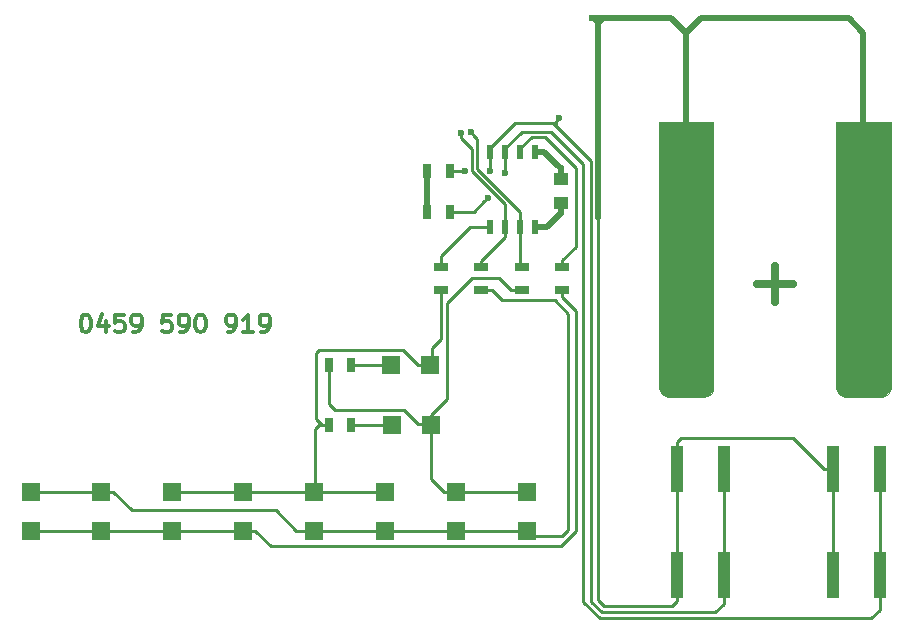
<source format=gbr>
G04 #@! TF.FileFunction,Copper,L1,Top,Signal*
%FSLAX46Y46*%
G04 Gerber Fmt 4.6, Leading zero omitted, Abs format (unit mm)*
G04 Created by KiCad (PCBNEW 4.0.7) date 06/25/18 21:13:57*
%MOMM*%
%LPD*%
G01*
G04 APERTURE LIST*
%ADD10C,0.100000*%
%ADD11C,0.700000*%
%ADD12C,0.300000*%
%ADD13R,1.000000X4.000000*%
%ADD14R,1.500000X1.500000*%
%ADD15R,1.250000X1.000000*%
%ADD16R,0.700000X1.300000*%
%ADD17R,1.300000X0.700000*%
%ADD18R,0.508000X1.143000*%
%ADD19C,0.600000*%
%ADD20C,0.500000*%
%ADD21C,0.250000*%
%ADD22C,0.025400*%
G04 APERTURE END LIST*
D10*
D11*
X128524191Y-78771714D02*
X131571810Y-78771714D01*
X130048000Y-80295524D02*
X130048000Y-77247905D01*
D12*
X71605145Y-81342571D02*
X71748002Y-81342571D01*
X71890859Y-81414000D01*
X71962288Y-81485429D01*
X72033717Y-81628286D01*
X72105145Y-81914000D01*
X72105145Y-82271143D01*
X72033717Y-82556857D01*
X71962288Y-82699714D01*
X71890859Y-82771143D01*
X71748002Y-82842571D01*
X71605145Y-82842571D01*
X71462288Y-82771143D01*
X71390859Y-82699714D01*
X71319431Y-82556857D01*
X71248002Y-82271143D01*
X71248002Y-81914000D01*
X71319431Y-81628286D01*
X71390859Y-81485429D01*
X71462288Y-81414000D01*
X71605145Y-81342571D01*
X73390859Y-81842571D02*
X73390859Y-82842571D01*
X73033716Y-81271143D02*
X72676573Y-82342571D01*
X73605145Y-82342571D01*
X74890859Y-81342571D02*
X74176573Y-81342571D01*
X74105144Y-82056857D01*
X74176573Y-81985429D01*
X74319430Y-81914000D01*
X74676573Y-81914000D01*
X74819430Y-81985429D01*
X74890859Y-82056857D01*
X74962287Y-82199714D01*
X74962287Y-82556857D01*
X74890859Y-82699714D01*
X74819430Y-82771143D01*
X74676573Y-82842571D01*
X74319430Y-82842571D01*
X74176573Y-82771143D01*
X74105144Y-82699714D01*
X75676572Y-82842571D02*
X75962287Y-82842571D01*
X76105144Y-82771143D01*
X76176572Y-82699714D01*
X76319430Y-82485429D01*
X76390858Y-82199714D01*
X76390858Y-81628286D01*
X76319430Y-81485429D01*
X76248001Y-81414000D01*
X76105144Y-81342571D01*
X75819430Y-81342571D01*
X75676572Y-81414000D01*
X75605144Y-81485429D01*
X75533715Y-81628286D01*
X75533715Y-81985429D01*
X75605144Y-82128286D01*
X75676572Y-82199714D01*
X75819430Y-82271143D01*
X76105144Y-82271143D01*
X76248001Y-82199714D01*
X76319430Y-82128286D01*
X76390858Y-81985429D01*
X78890858Y-81342571D02*
X78176572Y-81342571D01*
X78105143Y-82056857D01*
X78176572Y-81985429D01*
X78319429Y-81914000D01*
X78676572Y-81914000D01*
X78819429Y-81985429D01*
X78890858Y-82056857D01*
X78962286Y-82199714D01*
X78962286Y-82556857D01*
X78890858Y-82699714D01*
X78819429Y-82771143D01*
X78676572Y-82842571D01*
X78319429Y-82842571D01*
X78176572Y-82771143D01*
X78105143Y-82699714D01*
X79676571Y-82842571D02*
X79962286Y-82842571D01*
X80105143Y-82771143D01*
X80176571Y-82699714D01*
X80319429Y-82485429D01*
X80390857Y-82199714D01*
X80390857Y-81628286D01*
X80319429Y-81485429D01*
X80248000Y-81414000D01*
X80105143Y-81342571D01*
X79819429Y-81342571D01*
X79676571Y-81414000D01*
X79605143Y-81485429D01*
X79533714Y-81628286D01*
X79533714Y-81985429D01*
X79605143Y-82128286D01*
X79676571Y-82199714D01*
X79819429Y-82271143D01*
X80105143Y-82271143D01*
X80248000Y-82199714D01*
X80319429Y-82128286D01*
X80390857Y-81985429D01*
X81319428Y-81342571D02*
X81462285Y-81342571D01*
X81605142Y-81414000D01*
X81676571Y-81485429D01*
X81748000Y-81628286D01*
X81819428Y-81914000D01*
X81819428Y-82271143D01*
X81748000Y-82556857D01*
X81676571Y-82699714D01*
X81605142Y-82771143D01*
X81462285Y-82842571D01*
X81319428Y-82842571D01*
X81176571Y-82771143D01*
X81105142Y-82699714D01*
X81033714Y-82556857D01*
X80962285Y-82271143D01*
X80962285Y-81914000D01*
X81033714Y-81628286D01*
X81105142Y-81485429D01*
X81176571Y-81414000D01*
X81319428Y-81342571D01*
X83676570Y-82842571D02*
X83962285Y-82842571D01*
X84105142Y-82771143D01*
X84176570Y-82699714D01*
X84319428Y-82485429D01*
X84390856Y-82199714D01*
X84390856Y-81628286D01*
X84319428Y-81485429D01*
X84247999Y-81414000D01*
X84105142Y-81342571D01*
X83819428Y-81342571D01*
X83676570Y-81414000D01*
X83605142Y-81485429D01*
X83533713Y-81628286D01*
X83533713Y-81985429D01*
X83605142Y-82128286D01*
X83676570Y-82199714D01*
X83819428Y-82271143D01*
X84105142Y-82271143D01*
X84247999Y-82199714D01*
X84319428Y-82128286D01*
X84390856Y-81985429D01*
X85819427Y-82842571D02*
X84962284Y-82842571D01*
X85390856Y-82842571D02*
X85390856Y-81342571D01*
X85247999Y-81556857D01*
X85105141Y-81699714D01*
X84962284Y-81771143D01*
X86533712Y-82842571D02*
X86819427Y-82842571D01*
X86962284Y-82771143D01*
X87033712Y-82699714D01*
X87176570Y-82485429D01*
X87247998Y-82199714D01*
X87247998Y-81628286D01*
X87176570Y-81485429D01*
X87105141Y-81414000D01*
X86962284Y-81342571D01*
X86676570Y-81342571D01*
X86533712Y-81414000D01*
X86462284Y-81485429D01*
X86390855Y-81628286D01*
X86390855Y-81985429D01*
X86462284Y-82128286D01*
X86533712Y-82199714D01*
X86676570Y-82271143D01*
X86962284Y-82271143D01*
X87105141Y-82199714D01*
X87176570Y-82128286D01*
X87247998Y-81985429D01*
D13*
X121698000Y-103417000D03*
X121698000Y-94417000D03*
X125698000Y-94417000D03*
X125698000Y-103417000D03*
D14*
X97562400Y-90678000D03*
X100862400Y-90678000D03*
D15*
X111887000Y-69882000D03*
X111887000Y-71882000D03*
D16*
X100589000Y-72644000D03*
X102489000Y-72644000D03*
X100589000Y-69215000D03*
X102489000Y-69215000D03*
D17*
X108585000Y-79243000D03*
X108585000Y-77343000D03*
X105156000Y-79243000D03*
X105156000Y-77343000D03*
X101743000Y-79243000D03*
X101743000Y-77343000D03*
X112014000Y-79243000D03*
X112014000Y-77343000D03*
D13*
X134906000Y-103417000D03*
X134906000Y-94417000D03*
X138906000Y-94417000D03*
X138906000Y-103417000D03*
D18*
X109728000Y-73914000D03*
X108458000Y-73914000D03*
X107188000Y-73914000D03*
X105918000Y-73914000D03*
X105918000Y-67564000D03*
X107188000Y-67564000D03*
X108458000Y-67564000D03*
X109728000Y-67564000D03*
D14*
X97000000Y-99650000D03*
X97000000Y-96350000D03*
X109000000Y-96350000D03*
X109000000Y-99650000D03*
X103000000Y-99650000D03*
X103000000Y-96350000D03*
X91000000Y-96350000D03*
X91000000Y-99650000D03*
X85000000Y-96350000D03*
X85000000Y-99650000D03*
X79000000Y-99650000D03*
X79000000Y-96350000D03*
X73000000Y-96350000D03*
X73000000Y-99650000D03*
X67000000Y-99650000D03*
X67000000Y-96350000D03*
D16*
X92232400Y-85598000D03*
X94132400Y-85598000D03*
X94168000Y-90678000D03*
X92268000Y-90678000D03*
D14*
X97538000Y-85598000D03*
X100838000Y-85598000D03*
D19*
X100584000Y-70916806D03*
X111887000Y-68960992D03*
X114554000Y-56260990D03*
X115052010Y-72771000D03*
X111887000Y-72771000D03*
X111760000Y-64719188D03*
X103759000Y-69215000D03*
X105918000Y-69215000D03*
X104267000Y-65913000D03*
X103467568Y-65943464D03*
X105729348Y-71435658D03*
X107188000Y-69342010D03*
D20*
X100584006Y-70916806D02*
X100584000Y-70916806D01*
X100589000Y-70739000D02*
X100589000Y-72644000D01*
X100589000Y-69215000D02*
X100589000Y-70739000D01*
X111587001Y-68660993D02*
X111887000Y-68960992D01*
X110490008Y-67564000D02*
X111587001Y-68660993D01*
X110490000Y-67564000D02*
X110490008Y-67564000D01*
X111887000Y-69882000D02*
X111887000Y-68960992D01*
X100584000Y-69215000D02*
X100589000Y-69220000D01*
D21*
X110490000Y-67564000D02*
X110363000Y-67564000D01*
D20*
X110363000Y-67564000D02*
X109728000Y-67564000D01*
D21*
X115052010Y-73152000D02*
X115052010Y-72780990D01*
X115052010Y-105527010D02*
X115052010Y-73152000D01*
X115052010Y-73152000D02*
X115052010Y-73195264D01*
X121698000Y-103417000D02*
X121698000Y-105632000D01*
X121698000Y-105632000D02*
X121285000Y-106045000D01*
X121285000Y-106045000D02*
X115570000Y-106045000D01*
X115570000Y-106045000D02*
X115052010Y-105527010D01*
X115052010Y-72780990D02*
X115062000Y-72771000D01*
X134906000Y-94417000D02*
X134156000Y-94417000D01*
X134156000Y-94417000D02*
X131560000Y-91821000D01*
X131560000Y-91821000D02*
X122047000Y-91821000D01*
X122047000Y-91821000D02*
X121698000Y-92170000D01*
X121698000Y-92170000D02*
X121698000Y-94417000D01*
D20*
X115112800Y-56311800D02*
X115052010Y-56372590D01*
X115052010Y-56372590D02*
X115052010Y-72346736D01*
X115052010Y-72346736D02*
X115052010Y-72771000D01*
X114989254Y-56250000D02*
X115468400Y-56250000D01*
X115468400Y-56250000D02*
X115750000Y-56250000D01*
D21*
X115052010Y-56982190D02*
X115052010Y-56666390D01*
X115087400Y-56743600D02*
X115503790Y-56327210D01*
X115052010Y-56982190D02*
X115052010Y-56759000D01*
X115052010Y-56759000D02*
X114554000Y-56260990D01*
D20*
X114554000Y-56260990D02*
X114978264Y-56260990D01*
D21*
X114978264Y-56260990D02*
X114989254Y-56250000D01*
D20*
X115052010Y-73195264D02*
X115052010Y-72771000D01*
X115750000Y-56250000D02*
X121250000Y-56250000D01*
D21*
X134906000Y-94417000D02*
X134906000Y-103417000D01*
X121698000Y-94417000D02*
X121698000Y-103417000D01*
D20*
X122500000Y-57500000D02*
X123750000Y-56250000D01*
X123750000Y-56250000D02*
X136250000Y-56250000D01*
X136250000Y-56250000D02*
X137500000Y-57500000D01*
X137500000Y-57500000D02*
X137500000Y-67500000D01*
X122500000Y-57500000D02*
X122500000Y-67500000D01*
X121250000Y-56250000D02*
X122500000Y-57500000D01*
X109728000Y-73914000D02*
X110744000Y-73914000D01*
X110744000Y-73914000D02*
X111887000Y-72771000D01*
X111887000Y-72771000D02*
X111887000Y-71882000D01*
D21*
X112268000Y-72136000D02*
X112268000Y-71723000D01*
X109952000Y-73914000D02*
X109728000Y-73914000D01*
X92252800Y-85547200D02*
X92252800Y-88950800D01*
X92252800Y-88950800D02*
X92760800Y-89458800D01*
X92760800Y-89458800D02*
X98602800Y-89458800D01*
X98602800Y-89458800D02*
X99771200Y-90627200D01*
X99771200Y-90627200D02*
X100990400Y-90627200D01*
X108585000Y-79243000D02*
X107685000Y-79243000D01*
X107685000Y-79243000D02*
X106674000Y-78232000D01*
X106674000Y-78232000D02*
X104394000Y-78232000D01*
X104394000Y-78232000D02*
X102235000Y-80391000D01*
X102235000Y-80391000D02*
X102235000Y-88468200D01*
X102235000Y-88468200D02*
X100862400Y-89840800D01*
X100862400Y-89840800D02*
X100862400Y-90678000D01*
X100711000Y-90932000D02*
X100888800Y-91109800D01*
X100888800Y-91109800D02*
X100888800Y-95238800D01*
X100888800Y-95238800D02*
X102000000Y-96350000D01*
X102000000Y-96350000D02*
X103000000Y-96350000D01*
X109000000Y-96350000D02*
X103000000Y-96350000D01*
X109000000Y-99650000D02*
X109426000Y-100076000D01*
X109426000Y-100076000D02*
X112014000Y-100076000D01*
X112014000Y-100076000D02*
X112522000Y-99568000D01*
X112522000Y-81280000D02*
X111379000Y-80137000D01*
X112522000Y-99568000D02*
X112522000Y-81280000D01*
X111379000Y-80137000D02*
X106950000Y-80137000D01*
X106950000Y-80137000D02*
X106056000Y-79243000D01*
X106056000Y-79243000D02*
X105156000Y-79243000D01*
X87755000Y-97915000D02*
X89490000Y-99650000D01*
X89490000Y-99650000D02*
X91000000Y-99650000D01*
X75565000Y-97915000D02*
X87755000Y-97915000D01*
X73000000Y-96350000D02*
X74000000Y-96350000D01*
X74000000Y-96350000D02*
X75565000Y-97915000D01*
X67000000Y-96350000D02*
X73000000Y-96350000D01*
X97000000Y-99650000D02*
X91000000Y-99650000D01*
X103000000Y-99650000D02*
X97000000Y-99650000D01*
X109000000Y-99650000D02*
X103000000Y-99650000D01*
X100838000Y-85598000D02*
X99822000Y-85598000D01*
X99822000Y-85598000D02*
X98552000Y-84328000D01*
X98552000Y-84328000D02*
X91440000Y-84328000D01*
X91440000Y-84328000D02*
X91186000Y-84582000D01*
X91186000Y-84582000D02*
X91186000Y-90196000D01*
X91186000Y-90196000D02*
X91668000Y-90678000D01*
X91668000Y-90678000D02*
X92268000Y-90678000D01*
X91000000Y-96350000D02*
X97000000Y-96350000D01*
X85000000Y-96350000D02*
X91000000Y-96350000D01*
X91000000Y-96350000D02*
X91059000Y-96291000D01*
X91059000Y-96291000D02*
X91059000Y-91008200D01*
X91059000Y-91008200D02*
X91389200Y-90678000D01*
X91389200Y-90678000D02*
X92268000Y-90678000D01*
X100838000Y-85598000D02*
X100965000Y-85471000D01*
X100965000Y-85471000D02*
X100965000Y-84201000D01*
X100965000Y-84201000D02*
X101727000Y-83439000D01*
X101727000Y-83439000D02*
X101727000Y-79527000D01*
X101727000Y-79527000D02*
X101443000Y-79243000D01*
X101443000Y-79243000D02*
X101743000Y-79243000D01*
X79000000Y-96350000D02*
X97000000Y-96350000D01*
X79000000Y-99650000D02*
X85000000Y-99650000D01*
X73000000Y-99650000D02*
X79000000Y-99650000D01*
X68000000Y-99650000D02*
X73000000Y-99650000D01*
X112014000Y-79243000D02*
X112014000Y-79883000D01*
X112014000Y-79883000D02*
X113157000Y-81026000D01*
X113157000Y-81026000D02*
X113157000Y-99695000D01*
X113157000Y-99695000D02*
X111887000Y-100965000D01*
X87315000Y-100965000D02*
X86000000Y-99650000D01*
X111887000Y-100965000D02*
X87315000Y-100965000D01*
X86000000Y-99650000D02*
X85000000Y-99650000D01*
X111765000Y-79243000D02*
X112014000Y-79243000D01*
X67000000Y-99650000D02*
X68000000Y-99650000D01*
X97538000Y-85598000D02*
X96538000Y-85598000D01*
X96538000Y-85598000D02*
X94132400Y-85598000D01*
X97562400Y-90678000D02*
X94168000Y-90678000D01*
X111251994Y-65150994D02*
X111810800Y-65709800D01*
X111810800Y-65709800D02*
X114427000Y-68326000D01*
X111460001Y-65019187D02*
X111460001Y-65359001D01*
X111460001Y-65359001D02*
X111810800Y-65709800D01*
X111460001Y-65019187D02*
X111760000Y-64719188D01*
X111328194Y-65150994D02*
X111460001Y-65019187D01*
X111251994Y-65150994D02*
X111328194Y-65150994D01*
X102489000Y-69215000D02*
X103759000Y-69215000D01*
X105918000Y-67564000D02*
X105918000Y-69215000D01*
X109093000Y-65150994D02*
X111251994Y-65150994D01*
X114427000Y-68326000D02*
X114427000Y-105646590D01*
X114427000Y-105646590D02*
X115342810Y-106562400D01*
X115342810Y-106562400D02*
X124958600Y-106562400D01*
X124958600Y-106562400D02*
X125698000Y-105823000D01*
X125698000Y-105823000D02*
X125698000Y-103417000D01*
X125698000Y-103417000D02*
X125698000Y-96667000D01*
X125698000Y-96667000D02*
X125698000Y-94417000D01*
X108414736Y-65150994D02*
X108585000Y-65150994D01*
X108585000Y-65150994D02*
X108839000Y-65150994D01*
X109093000Y-65150994D02*
X108839000Y-65150994D01*
X105918000Y-67246500D02*
X108013506Y-65150994D01*
X105918000Y-67564000D02*
X105918000Y-67246500D01*
X108013506Y-65150994D02*
X108414736Y-65150994D01*
X104566999Y-66212999D02*
X104267000Y-65913000D01*
X104834013Y-66480013D02*
X104566999Y-66212999D01*
X108458000Y-73914000D02*
X108458000Y-72644000D01*
X108458000Y-72644000D02*
X104834013Y-69020013D01*
X104834013Y-69020013D02*
X104834013Y-66480013D01*
X108458000Y-73914000D02*
X108458000Y-77216000D01*
X108458000Y-77216000D02*
X108585000Y-77343000D01*
X108285000Y-77343000D02*
X108585000Y-77343000D01*
X108458000Y-73914000D02*
X108458000Y-74168000D01*
X104384002Y-69206412D02*
X104384002Y-67284162D01*
X107188000Y-73914000D02*
X107188000Y-72010410D01*
X104384002Y-67284162D02*
X103467568Y-66367728D01*
X103467568Y-66367728D02*
X103467568Y-65943464D01*
X107188000Y-72010410D02*
X104384002Y-69206412D01*
X105156000Y-77343000D02*
X105156000Y-76767500D01*
X105156000Y-76767500D02*
X107188000Y-74735500D01*
X107188000Y-74735500D02*
X107188000Y-73914000D01*
X105429349Y-71735657D02*
X105729348Y-71435658D01*
X104521006Y-72644000D02*
X105429349Y-71735657D01*
X102489000Y-72644000D02*
X104521006Y-72644000D01*
X107188000Y-67564000D02*
X107188000Y-69342010D01*
X107188000Y-67564000D02*
X107188000Y-67246500D01*
X107188000Y-67246500D02*
X108590509Y-65843991D01*
X108590509Y-65843991D02*
X111055991Y-65843991D01*
X111055991Y-65843991D02*
X113791999Y-68579999D01*
X113791999Y-68579999D02*
X113791999Y-74205414D01*
X113791999Y-74205414D02*
X113791999Y-104495600D01*
X113791999Y-104495600D02*
X113791999Y-104648000D01*
X113791999Y-104495600D02*
X113791999Y-105648000D01*
X113791999Y-105648000D02*
X115207210Y-107063211D01*
X115207210Y-107063211D02*
X138183189Y-107063211D01*
X138183189Y-107063211D02*
X138906000Y-106340400D01*
X138906000Y-106340400D02*
X138906000Y-103417000D01*
X138906000Y-103417000D02*
X138906000Y-94867009D01*
X107188000Y-67564000D02*
X107188000Y-67691000D01*
X101743000Y-77343000D02*
X101743000Y-76343000D01*
X101743000Y-76343000D02*
X104172000Y-73914000D01*
X104172000Y-73914000D02*
X105918000Y-73914000D01*
X108458000Y-67564000D02*
X108458000Y-67246500D01*
X108458000Y-67246500D02*
X109410498Y-66294002D01*
X109410498Y-66294002D02*
X110549004Y-66294002D01*
X110549004Y-66294002D02*
X113157000Y-68901998D01*
X113157000Y-68901998D02*
X113157000Y-75600000D01*
X113157000Y-75600000D02*
X112014000Y-76743000D01*
X112014000Y-76743000D02*
X112014000Y-77343000D01*
D22*
G36*
X124812300Y-87481516D02*
X124747071Y-87809446D01*
X124571784Y-88071782D01*
X124309445Y-88247071D01*
X123981516Y-88312300D01*
X121018484Y-88312300D01*
X120690554Y-88247071D01*
X120428218Y-88071784D01*
X120252929Y-87809445D01*
X120187700Y-87481516D01*
X120187700Y-65012700D01*
X124812300Y-65012700D01*
X124812300Y-87481516D01*
X124812300Y-87481516D01*
G37*
X124812300Y-87481516D02*
X124747071Y-87809446D01*
X124571784Y-88071782D01*
X124309445Y-88247071D01*
X123981516Y-88312300D01*
X121018484Y-88312300D01*
X120690554Y-88247071D01*
X120428218Y-88071784D01*
X120252929Y-87809445D01*
X120187700Y-87481516D01*
X120187700Y-65012700D01*
X124812300Y-65012700D01*
X124812300Y-87481516D01*
G36*
X139812300Y-87481516D02*
X139747071Y-87809446D01*
X139571784Y-88071782D01*
X139309445Y-88247071D01*
X138981516Y-88312300D01*
X136018484Y-88312300D01*
X135690554Y-88247071D01*
X135428218Y-88071784D01*
X135252929Y-87809445D01*
X135187700Y-87481516D01*
X135187700Y-65012700D01*
X139812300Y-65012700D01*
X139812300Y-87481516D01*
X139812300Y-87481516D01*
G37*
X139812300Y-87481516D02*
X139747071Y-87809446D01*
X139571784Y-88071782D01*
X139309445Y-88247071D01*
X138981516Y-88312300D01*
X136018484Y-88312300D01*
X135690554Y-88247071D01*
X135428218Y-88071784D01*
X135252929Y-87809445D01*
X135187700Y-87481516D01*
X135187700Y-65012700D01*
X139812300Y-65012700D01*
X139812300Y-87481516D01*
M02*

</source>
